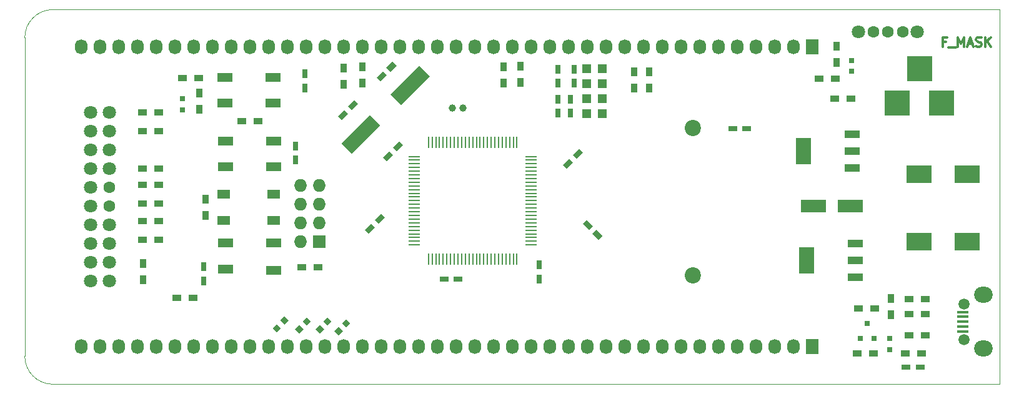
<source format=gts>
G04 #@! TF.FileFunction,Soldermask,Top*
%FSLAX46Y46*%
G04 Gerber Fmt 4.6, Leading zero omitted, Abs format (unit mm)*
G04 Created by KiCad (PCBNEW 4.0.1-stable) date 9/28/2017 6:23:12 PM*
%MOMM*%
G01*
G04 APERTURE LIST*
%ADD10C,0.150000*%
%ADD11C,0.100000*%
%ADD12C,0.300000*%
%ADD13R,1.500000X0.400000*%
%ADD14C,1.500000*%
%ADD15O,2.500000X2.200000*%
%ADD16R,2.000000X1.300000*%
%ADD17R,1.800000X1.300000*%
%ADD18R,1.727200X1.727200*%
%ADD19O,1.727200X1.727200*%
%ADD20C,1.000760*%
%ADD21C,2.200000*%
%ADD22R,0.750000X1.200000*%
%ADD23R,1.200000X0.750000*%
%ADD24R,3.500120X2.400300*%
%ADD25R,3.500120X3.500120*%
%ADD26R,0.797560X0.797560*%
%ADD27R,3.500120X1.800860*%
%ADD28R,2.032000X3.657600*%
%ADD29R,2.032000X1.016000*%
%ADD30R,1.198880X1.198880*%
%ADD31R,1.727200X2.032000*%
%ADD32O,1.727200X2.032000*%
%ADD33C,1.800000*%
%ADD34C,1.600000*%
%ADD35R,0.800100X0.800100*%
%ADD36R,0.900000X1.200000*%
%ADD37R,1.200000X0.900000*%
%ADD38R,0.280000X1.500000*%
%ADD39R,1.500000X0.280000*%
G04 APERTURE END LIST*
D10*
D11*
X220980000Y-127127000D02*
X220980000Y-120015000D01*
X220980000Y-120015000D02*
X220980000Y-81280000D01*
X220980000Y-132080000D02*
X220980000Y-127127000D01*
D12*
X213722857Y-85634286D02*
X213299524Y-85634286D01*
X213299524Y-86299524D02*
X213299524Y-85029524D01*
X213904286Y-85029524D01*
X214085714Y-86420476D02*
X215053333Y-86420476D01*
X215355714Y-86299524D02*
X215355714Y-85029524D01*
X215779047Y-85936667D01*
X216202381Y-85029524D01*
X216202381Y-86299524D01*
X216746667Y-85936667D02*
X217351429Y-85936667D01*
X216625714Y-86299524D02*
X217049048Y-85029524D01*
X217472381Y-86299524D01*
X217835238Y-86239048D02*
X218016666Y-86299524D01*
X218319047Y-86299524D01*
X218440000Y-86239048D01*
X218500476Y-86178571D01*
X218560952Y-86057619D01*
X218560952Y-85936667D01*
X218500476Y-85815714D01*
X218440000Y-85755238D01*
X218319047Y-85694762D01*
X218077143Y-85634286D01*
X217956190Y-85573810D01*
X217895714Y-85513333D01*
X217835238Y-85392381D01*
X217835238Y-85271429D01*
X217895714Y-85150476D01*
X217956190Y-85090000D01*
X218077143Y-85029524D01*
X218379523Y-85029524D01*
X218560952Y-85090000D01*
X219105238Y-86299524D02*
X219105238Y-85029524D01*
X219830952Y-86299524D02*
X219286667Y-85573810D01*
X219830952Y-85029524D02*
X219105238Y-85755238D01*
D11*
X92710000Y-81280000D02*
X218440000Y-81280000D01*
X92710000Y-132080000D02*
X220980000Y-132080000D01*
X88900000Y-85090000D02*
X88900000Y-128270000D01*
X88900000Y-128270000D02*
G75*
G03X92710000Y-132080000I3810000J0D01*
G01*
X92710000Y-81280000D02*
G75*
G03X88900000Y-85090000I0J-3810000D01*
G01*
X218440000Y-81280000D02*
X220980000Y-81280000D01*
D13*
X216054000Y-124896400D03*
X216054000Y-124246400D03*
X216054000Y-123596400D03*
X216054000Y-122946400D03*
X216054000Y-122296400D03*
D14*
X216154000Y-126021400D03*
D15*
X218804000Y-127221400D03*
D14*
X216154000Y-121171400D03*
D15*
X218804000Y-119971400D03*
D16*
X122630000Y-112931000D03*
X122630000Y-116681000D03*
X116130000Y-112931000D03*
X116130000Y-116431000D03*
D17*
X115880000Y-109827000D03*
X115880000Y-106327000D03*
X122630000Y-106327000D03*
X122630000Y-109827000D03*
D16*
X122630000Y-99088000D03*
X122630000Y-102588000D03*
X116130000Y-102588000D03*
X116130000Y-99088000D03*
X122503000Y-90452000D03*
X122503000Y-93952000D03*
X116003000Y-93952000D03*
X116003000Y-90452000D03*
D18*
X128778000Y-112776000D03*
D19*
X126238000Y-112776000D03*
X128778000Y-110236000D03*
X126238000Y-110236000D03*
X128778000Y-107696000D03*
X126238000Y-107696000D03*
X128778000Y-105156000D03*
X126238000Y-105156000D03*
D20*
X146824700Y-94615000D03*
X148323300Y-94615000D03*
D21*
X179451000Y-97348040D03*
X179451000Y-117348000D03*
D22*
X126873000Y-91882000D03*
X126873000Y-89982000D03*
X125603000Y-101661000D03*
X125603000Y-99761000D03*
D10*
G36*
X138752850Y-88300820D02*
X139283180Y-88831150D01*
X138434652Y-89679678D01*
X137904322Y-89149348D01*
X138752850Y-88300820D01*
X138752850Y-88300820D01*
G37*
G36*
X137409348Y-89644322D02*
X137939678Y-90174652D01*
X137091150Y-91023180D01*
X136560820Y-90492850D01*
X137409348Y-89644322D01*
X137409348Y-89644322D01*
G37*
G36*
X133545850Y-93507820D02*
X134076180Y-94038150D01*
X133227652Y-94886678D01*
X132697322Y-94356348D01*
X133545850Y-93507820D01*
X133545850Y-93507820D01*
G37*
G36*
X132202348Y-94851322D02*
X132732678Y-95381652D01*
X131884150Y-96230180D01*
X131353820Y-95699850D01*
X132202348Y-94851322D01*
X132202348Y-94851322D01*
G37*
D23*
X184851000Y-97409000D03*
X186751000Y-97409000D03*
D10*
G36*
X139641850Y-99095820D02*
X140172180Y-99626150D01*
X139323652Y-100474678D01*
X138793322Y-99944348D01*
X139641850Y-99095820D01*
X139641850Y-99095820D01*
G37*
G36*
X138298348Y-100439322D02*
X138828678Y-100969652D01*
X137980150Y-101818180D01*
X137449820Y-101287850D01*
X138298348Y-100439322D01*
X138298348Y-100439322D01*
G37*
D22*
X161163000Y-93411000D03*
X161163000Y-95311000D03*
X162814000Y-93411000D03*
X162814000Y-95311000D03*
D10*
G36*
X167223180Y-111955850D02*
X166692850Y-112486180D01*
X165844322Y-111637652D01*
X166374652Y-111107322D01*
X167223180Y-111955850D01*
X167223180Y-111955850D01*
G37*
G36*
X165879678Y-110612348D02*
X165349348Y-111142678D01*
X164500820Y-110294150D01*
X165031150Y-109763820D01*
X165879678Y-110612348D01*
X165879678Y-110612348D01*
G37*
D23*
X147635000Y-117856000D03*
X145735000Y-117856000D03*
D22*
X158623000Y-115890000D03*
X158623000Y-117790000D03*
X163322000Y-89347000D03*
X163322000Y-91247000D03*
X161163000Y-89347000D03*
X161163000Y-91247000D03*
D10*
G36*
X137165350Y-108938320D02*
X137695680Y-109468650D01*
X136847152Y-110317178D01*
X136316822Y-109786848D01*
X137165350Y-108938320D01*
X137165350Y-108938320D01*
G37*
G36*
X135821848Y-110281822D02*
X136352178Y-110812152D01*
X135503650Y-111660680D01*
X134973320Y-111130350D01*
X135821848Y-110281822D01*
X135821848Y-110281822D01*
G37*
G36*
X164025850Y-100111820D02*
X164556180Y-100642150D01*
X163707652Y-101490678D01*
X163177322Y-100960348D01*
X164025850Y-100111820D01*
X164025850Y-100111820D01*
G37*
G36*
X162682348Y-101455322D02*
X163212678Y-101985652D01*
X162364150Y-102834180D01*
X161833820Y-102303850D01*
X162682348Y-101455322D01*
X162682348Y-101455322D01*
G37*
D23*
X208346000Y-129794000D03*
X210246000Y-129794000D03*
D24*
X210108800Y-103632000D03*
X216611200Y-103632000D03*
X210108800Y-112776000D03*
X216611200Y-112776000D03*
D25*
X207159860Y-93980000D03*
X213159340Y-93980000D03*
X210159600Y-89281000D03*
D26*
X110236000Y-93357700D03*
X110236000Y-94856300D03*
D10*
G36*
X131423165Y-125426795D02*
X130859205Y-124862835D01*
X131423165Y-124298875D01*
X131987125Y-124862835D01*
X131423165Y-125426795D01*
X131423165Y-125426795D01*
G37*
G36*
X132482835Y-124367125D02*
X131918875Y-123803165D01*
X132482835Y-123239205D01*
X133046795Y-123803165D01*
X132482835Y-124367125D01*
X132482835Y-124367125D01*
G37*
G36*
X128883165Y-125172795D02*
X128319205Y-124608835D01*
X128883165Y-124044875D01*
X129447125Y-124608835D01*
X128883165Y-125172795D01*
X128883165Y-125172795D01*
G37*
G36*
X129942835Y-124113125D02*
X129378875Y-123549165D01*
X129942835Y-122985205D01*
X130506795Y-123549165D01*
X129942835Y-124113125D01*
X129942835Y-124113125D01*
G37*
G36*
X126089165Y-125172795D02*
X125525205Y-124608835D01*
X126089165Y-124044875D01*
X126653125Y-124608835D01*
X126089165Y-125172795D01*
X126089165Y-125172795D01*
G37*
G36*
X127148835Y-124113125D02*
X126584875Y-123549165D01*
X127148835Y-122985205D01*
X127712795Y-123549165D01*
X127148835Y-124113125D01*
X127148835Y-124113125D01*
G37*
G36*
X123041165Y-125045795D02*
X122477205Y-124481835D01*
X123041165Y-123917875D01*
X123605125Y-124481835D01*
X123041165Y-125045795D01*
X123041165Y-125045795D01*
G37*
G36*
X124100835Y-123986125D02*
X123536875Y-123422165D01*
X124100835Y-122858205D01*
X124664795Y-123422165D01*
X124100835Y-123986125D01*
X124100835Y-123986125D01*
G37*
D27*
X200746360Y-107950000D03*
X195747640Y-107950000D03*
D26*
X206121000Y-125869700D03*
X206121000Y-127368300D03*
D28*
X194818000Y-115316000D03*
D29*
X201422000Y-115316000D03*
X201422000Y-113030000D03*
X201422000Y-117602000D03*
D28*
X194437000Y-100457000D03*
D29*
X201041000Y-100457000D03*
X201041000Y-98171000D03*
X201041000Y-102743000D03*
D30*
X165066980Y-93345000D03*
X167165020Y-93345000D03*
X165066980Y-95377000D03*
X167165020Y-95377000D03*
X165066980Y-89281000D03*
X167165020Y-89281000D03*
X165066980Y-91313000D03*
X167165020Y-91313000D03*
D31*
X195580000Y-86360000D03*
D32*
X193040000Y-86360000D03*
X190500000Y-86360000D03*
X187960000Y-86360000D03*
X185420000Y-86360000D03*
X182880000Y-86360000D03*
X180340000Y-86360000D03*
X177800000Y-86360000D03*
X175260000Y-86360000D03*
X172720000Y-86360000D03*
X170180000Y-86360000D03*
X167640000Y-86360000D03*
X165100000Y-86360000D03*
X162560000Y-86360000D03*
X160020000Y-86360000D03*
X157480000Y-86360000D03*
X154940000Y-86360000D03*
X152400000Y-86360000D03*
X149860000Y-86360000D03*
X147320000Y-86360000D03*
X144780000Y-86360000D03*
X142240000Y-86360000D03*
X139700000Y-86360000D03*
X137160000Y-86360000D03*
X134620000Y-86360000D03*
X132080000Y-86360000D03*
X129540000Y-86360000D03*
X127000000Y-86360000D03*
X124460000Y-86360000D03*
X121920000Y-86360000D03*
X119380000Y-86360000D03*
X116840000Y-86360000D03*
X114300000Y-86360000D03*
X111760000Y-86360000D03*
X109220000Y-86360000D03*
X106680000Y-86360000D03*
X104140000Y-86360000D03*
X101600000Y-86360000D03*
X99060000Y-86360000D03*
X96520000Y-86360000D03*
D33*
X100330000Y-118110000D03*
X97790000Y-118110000D03*
X100330000Y-115570000D03*
X97790000Y-115570000D03*
X100330000Y-113030000D03*
X97790000Y-113030000D03*
X100330000Y-110490000D03*
X97790000Y-110490000D03*
D34*
X100330000Y-107950000D03*
D33*
X97790000Y-107950000D03*
D34*
X100330000Y-105410000D03*
D33*
X97790000Y-105410000D03*
X100330000Y-102870000D03*
X97790000Y-102870000D03*
X100330000Y-100330000D03*
X97790000Y-100330000D03*
X100330000Y-97790000D03*
X97790000Y-97790000D03*
X100330000Y-95250000D03*
X97790000Y-95250000D03*
D31*
X195580000Y-127000000D03*
D32*
X193040000Y-127000000D03*
X190500000Y-127000000D03*
X187960000Y-127000000D03*
X185420000Y-127000000D03*
X182880000Y-127000000D03*
X180340000Y-127000000D03*
X177800000Y-127000000D03*
X175260000Y-127000000D03*
X172720000Y-127000000D03*
X170180000Y-127000000D03*
X167640000Y-127000000D03*
X165100000Y-127000000D03*
X162560000Y-127000000D03*
X160020000Y-127000000D03*
X157480000Y-127000000D03*
X154940000Y-127000000D03*
X152400000Y-127000000D03*
X149860000Y-127000000D03*
X147320000Y-127000000D03*
X144780000Y-127000000D03*
X142240000Y-127000000D03*
X139700000Y-127000000D03*
X137160000Y-127000000D03*
X134620000Y-127000000D03*
X132080000Y-127000000D03*
X129540000Y-127000000D03*
X127000000Y-127000000D03*
X124460000Y-127000000D03*
X121920000Y-127000000D03*
X119380000Y-127000000D03*
X116840000Y-127000000D03*
X114300000Y-127000000D03*
X111760000Y-127000000D03*
X109220000Y-127000000D03*
X106680000Y-127000000D03*
X104140000Y-127000000D03*
X101600000Y-127000000D03*
X99060000Y-127000000D03*
X96520000Y-127000000D03*
D35*
X202123000Y-125841760D03*
X204023000Y-125841760D03*
X203073000Y-123842780D03*
D36*
X112522000Y-94826000D03*
X112522000Y-92626000D03*
D37*
X112479000Y-90551000D03*
X110279000Y-90551000D03*
D36*
X104902000Y-115740000D03*
X104902000Y-117940000D03*
D37*
X104818000Y-112522000D03*
X107018000Y-112522000D03*
X104818000Y-109982000D03*
X107018000Y-109982000D03*
X104818000Y-107569000D03*
X107018000Y-107569000D03*
X104818000Y-105029000D03*
X107018000Y-105029000D03*
X104818000Y-102870000D03*
X107018000Y-102870000D03*
X104818000Y-97790000D03*
X107018000Y-97790000D03*
X104818000Y-95250000D03*
X107018000Y-95250000D03*
X120480000Y-96393000D03*
X118280000Y-96393000D03*
D36*
X132080000Y-89197000D03*
X132080000Y-91397000D03*
X134620000Y-89070000D03*
X134620000Y-91270000D03*
X153797000Y-89070000D03*
X153797000Y-91270000D03*
X156083000Y-88943000D03*
X156083000Y-91143000D03*
X171450000Y-89705000D03*
X171450000Y-91905000D03*
X173482000Y-89705000D03*
X173482000Y-91905000D03*
D37*
X196512000Y-90678000D03*
X198712000Y-90678000D03*
X210904000Y-125476000D03*
X208704000Y-125476000D03*
D36*
X198882000Y-86276000D03*
X198882000Y-88476000D03*
D37*
X208704000Y-122555000D03*
X210904000Y-122555000D03*
X208704000Y-120523000D03*
X210904000Y-120523000D03*
X128608000Y-116205000D03*
X126408000Y-116205000D03*
D36*
X206248000Y-120439000D03*
X206248000Y-122639000D03*
D37*
X210396000Y-127889000D03*
X208196000Y-127889000D03*
D36*
X113411000Y-109177000D03*
X113411000Y-106977000D03*
D37*
X201846000Y-121793000D03*
X204046000Y-121793000D03*
X203919000Y-127889000D03*
X201719000Y-127889000D03*
X198671000Y-93345000D03*
X200871000Y-93345000D03*
D34*
X207867000Y-84328000D03*
X205867000Y-84328000D03*
X203867000Y-84328000D03*
D33*
X201867000Y-84328000D03*
X209867000Y-84328000D03*
D38*
X155606000Y-99288000D03*
X155106000Y-99288000D03*
X154606000Y-99288000D03*
X154106000Y-99288000D03*
X153606000Y-99288000D03*
X153106000Y-99288000D03*
X152606000Y-99288000D03*
X152106000Y-99288000D03*
X151606000Y-99288000D03*
X151106000Y-99288000D03*
X150606000Y-99288000D03*
X150106000Y-99288000D03*
X149606000Y-99288000D03*
X149106000Y-99288000D03*
X148606000Y-99288000D03*
X148106000Y-99288000D03*
X147606000Y-99288000D03*
X147106000Y-99288000D03*
X146606000Y-99288000D03*
X146106000Y-99288000D03*
X145606000Y-99288000D03*
X145106000Y-99288000D03*
X144606000Y-99288000D03*
X144106000Y-99288000D03*
X143606000Y-99288000D03*
D39*
X141706000Y-101188000D03*
X141706000Y-101688000D03*
X141706000Y-102188000D03*
X141706000Y-102688000D03*
X141706000Y-103188000D03*
X141706000Y-103688000D03*
X141706000Y-104188000D03*
X141706000Y-104688000D03*
X141706000Y-105188000D03*
X141706000Y-105688000D03*
X141706000Y-106188000D03*
X141706000Y-106688000D03*
X141706000Y-107188000D03*
X141706000Y-107688000D03*
X141706000Y-108188000D03*
X141706000Y-108688000D03*
X141706000Y-109188000D03*
X141706000Y-109688000D03*
X141706000Y-110188000D03*
X141706000Y-110688000D03*
X141706000Y-111188000D03*
X141706000Y-111688000D03*
X141706000Y-112188000D03*
X141706000Y-112688000D03*
X141706000Y-113188000D03*
D38*
X143606000Y-115088000D03*
X144106000Y-115088000D03*
X144606000Y-115088000D03*
X145106000Y-115088000D03*
X145606000Y-115088000D03*
X146106000Y-115088000D03*
X146606000Y-115088000D03*
X147106000Y-115088000D03*
X147606000Y-115088000D03*
X148106000Y-115088000D03*
X148606000Y-115088000D03*
X149106000Y-115088000D03*
X149606000Y-115088000D03*
X150106000Y-115088000D03*
X150606000Y-115088000D03*
X151106000Y-115088000D03*
X151606000Y-115088000D03*
X152106000Y-115088000D03*
X152606000Y-115088000D03*
X153106000Y-115088000D03*
X153606000Y-115088000D03*
X154106000Y-115088000D03*
X154606000Y-115088000D03*
X155106000Y-115088000D03*
X155606000Y-115088000D03*
D39*
X157506000Y-113188000D03*
X157506000Y-112688000D03*
X157506000Y-112188000D03*
X157506000Y-111688000D03*
X157506000Y-111188000D03*
X157506000Y-110688000D03*
X157506000Y-110188000D03*
X157506000Y-109688000D03*
X157506000Y-109188000D03*
X157506000Y-108688000D03*
X157506000Y-108188000D03*
X157506000Y-107688000D03*
X157506000Y-107188000D03*
X157506000Y-106688000D03*
X157506000Y-106188000D03*
X157506000Y-105688000D03*
X157506000Y-105188000D03*
X157506000Y-104688000D03*
X157506000Y-104188000D03*
X157506000Y-103688000D03*
X157506000Y-103188000D03*
X157506000Y-102688000D03*
X157506000Y-102188000D03*
X157506000Y-101688000D03*
X157506000Y-101188000D03*
D10*
G36*
X142355174Y-88895333D02*
X143768667Y-90308826D01*
X139880216Y-94197277D01*
X138466723Y-92783784D01*
X142355174Y-88895333D01*
X142355174Y-88895333D01*
G37*
G36*
X135709784Y-95540723D02*
X137123277Y-96954216D01*
X133234826Y-100842667D01*
X131821333Y-99429174D01*
X135709784Y-95540723D01*
X135709784Y-95540723D01*
G37*
D26*
X200914000Y-88150700D03*
X200914000Y-89649300D03*
D22*
X113157000Y-116144000D03*
X113157000Y-118044000D03*
D37*
X111717000Y-120396000D03*
X109517000Y-120396000D03*
M02*

</source>
